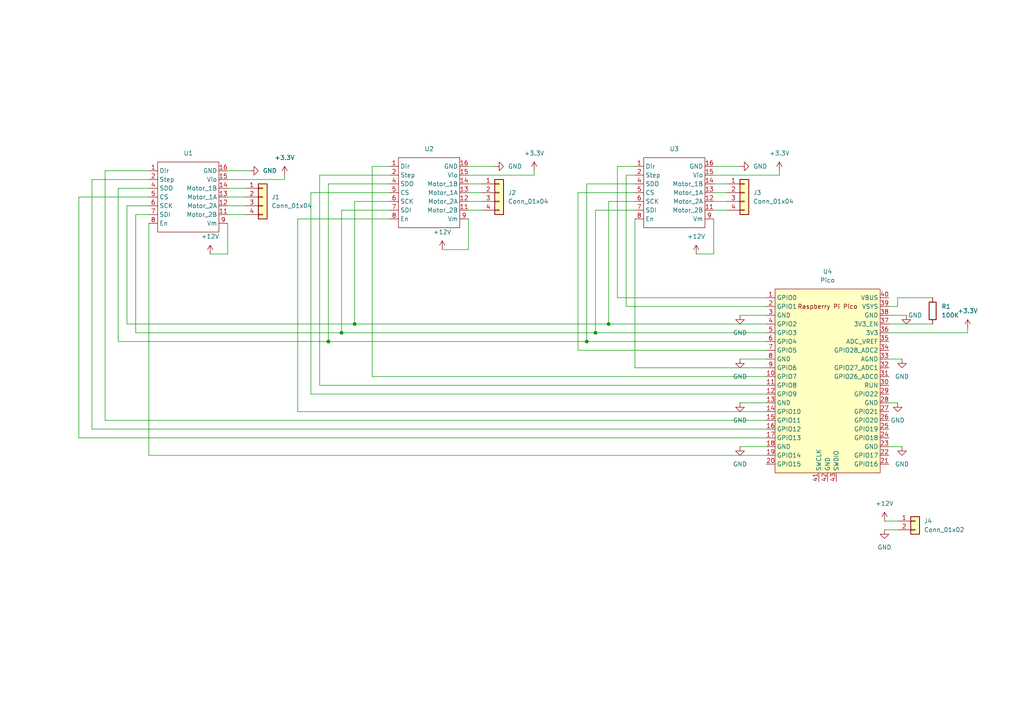
<source format=kicad_sch>
(kicad_sch (version 20230121) (generator eeschema)
  (paper "A4")
  (lib_symbols
    (symbol "Connector_Generic:Conn_01x02" (pin_names (offset 1.016) hide)
      (property "Reference" "J" (at 0 2.54 0))
      (property "Value" "Conn_01x02" (at 0 -5.08 0))
      (symbol "Conn_01x02_1_1"
        (rectangle (start -1.27 -2.413) (end 0 -2.667) (stroke (width 0.1524)))
        (rectangle (start -1.27 0.127) (end 0 -0.127) (stroke (width 0.1524)))
        (rectangle (start -1.27 1.27) (end 1.27 -3.81) (stroke (width 0.254)) (fill (type background)))
        (pin passive line (at -5.08 0 0) (length 3.81) (name "Pin_1") (number "1"))
        (pin passive line (at -5.08 -2.54 0) (length 3.81) (name "Pin_2") (number "2"))
      )
    )
    (symbol "Connector_Generic:Conn_01x04" (pin_names (offset 1.016) hide)
      (property "Reference" "J" (at 0 5.08 0))
      (property "Value" "Conn_01x04" (at 0 -7.62 0))
      (symbol "Conn_01x04_1_1"
        (rectangle (start -1.27 -4.953) (end 0 -5.207) (stroke (width 0.1524)))
        (rectangle (start -1.27 -2.413) (end 0 -2.667) (stroke (width 0.1524)))
        (rectangle (start -1.27 0.127) (end 0 -0.127) (stroke (width 0.1524)))
        (rectangle (start -1.27 2.667) (end 0 2.413) (stroke (width 0.1524)))
        (rectangle (start -1.27 3.81) (end 1.27 -6.35) (stroke (width 0.254)) (fill (type background)))
        (pin passive line (at -5.08 2.54 0) (length 3.81) (name "Pin_1") (number "1"))
        (pin passive line (at -5.08 0 0) (length 3.81) (name "Pin_2") (number "2"))
        (pin passive line (at -5.08 -2.54 0) (length 3.81) (name "Pin_3") (number "3"))
        (pin passive line (at -5.08 -5.08 0) (length 3.81) (name "Pin_4") (number "4"))
      )
    )
    (symbol "Device:R" (pin_numbers hide) (pin_names (offset 0))
      (property "Reference" "R" (at 2.032 0 90))
      (property "Value" "R" (at 0 0 90))
      (symbol "R_0_1"
        (rectangle (start -1.016 -2.54) (end 1.016 2.54) (stroke (width 0.254)))
      )
      (symbol "R_1_1"
        (pin passive line (at 0 3.81 270) (length 1.27) (name "~") (number "1"))
        (pin passive line (at 0 -3.81 90) (length 1.27) (name "~") (number "2"))
      )
    )
    (symbol "motors:SILENTSTEPSTICK"
      (property "Reference" "STEPSTICK" (at 0 0 0))
      (symbol "SILENTSTEPSTICK_0_1"
        (rectangle (start -8.89 1.27) (end 8.89 -19.05))
      )
      (symbol "SILENTSTEPSTICK_1_1"
        (pin input line (at -11.43 -1.27 0) (length 2.54) (name "Dir") (number "1"))
        (pin output line (at 11.43 -13.97 180) (length 2.54) (name "Motor_2B") (number "11"))
        (pin output line (at 11.43 -11.43 180) (length 2.54) (name "Motor_2A") (number "12"))
        (pin output line (at 11.43 -8.89 180) (length 2.54) (name "Motor_1A") (number "13"))
        (pin output line (at 11.43 -6.35 180) (length 2.54) (name "Motor_1B") (number "14"))
        (pin input line (at 11.43 -3.81 180) (length 2.54) (name "Vio") (number "15"))
        (pin input line (at 11.43 -1.27 180) (length 2.54) (name "GND") (number "16"))
        (pin input line (at -11.43 -3.81 0) (length 2.54) (name "Step") (number "2"))
        (pin output line (at -11.43 -6.35 0) (length 2.54) (name "SDO") (number "4"))
        (pin input line (at -11.43 -8.89 0) (length 2.54) (name "CS") (number "5"))
        (pin input line (at -11.43 -11.43 0) (length 2.54) (name "SCK") (number "6"))
        (pin input line (at -11.43 -13.97 0) (length 2.54) (name "SDI") (number "7"))
        (pin input line (at -11.43 -16.51 0) (length 2.54) (name "En") (number "8"))
        (pin input line (at 11.43 -16.51 180) (length 2.54) (name "Vm") (number "9"))
      )
    )
    (symbol "pico:Pico"
      (property "Reference" "U" (at -13.97 27.94 0))
      (property "Value" "Pico" (at 0 19.05 0))
      (symbol "Pico_0_0"
        (text "Raspberry Pi Pico" (at 0 21.59 0) (effects (font (size 1.27 1.27))))
      )
      (symbol "Pico_0_1"
        (rectangle (start -15.24 26.67) (end 15.24 -26.67) (fill (type background)))
      )
      (symbol "Pico_1_1"
        (pin bidirectional line (at -17.78 24.13 0) (length 2.54) (name "GPIO0") (number "1"))
        (pin bidirectional line (at -17.78 1.27 0) (length 2.54) (name "GPIO7") (number "10"))
        (pin bidirectional line (at -17.78 -1.27 0) (length 2.54) (name "GPIO8") (number "11"))
        (pin bidirectional line (at -17.78 -3.81 0) (length 2.54) (name "GPIO9") (number "12"))
        (pin power_in line (at -17.78 -6.35 0) (length 2.54) (name "GND") (number "13"))
        (pin bidirectional line (at -17.78 -8.89 0) (length 2.54) (name "GPIO10") (number "14"))
        (pin bidirectional line (at -17.78 -11.43 0) (length 2.54) (name "GPIO11") (number "15"))
        (pin bidirectional line (at -17.78 -13.97 0) (length 2.54) (name "GPIO12") (number "16"))
        (pin bidirectional line (at -17.78 -16.51 0) (length 2.54) (name "GPIO13") (number "17"))
        (pin power_in line (at -17.78 -19.05 0) (length 2.54) (name "GND") (number "18"))
        (pin bidirectional line (at -17.78 -21.59 0) (length 2.54) (name "GPIO14") (number "19"))
        (pin bidirectional line (at -17.78 21.59 0) (length 2.54) (name "GPIO1") (number "2"))
        (pin bidirectional line (at -17.78 -24.13 0) (length 2.54) (name "GPIO15") (number "20"))
        (pin bidirectional line (at 17.78 -24.13 180) (length 2.54) (name "GPIO16") (number "21"))
        (pin bidirectional line (at 17.78 -21.59 180) (length 2.54) (name "GPIO17") (number "22"))
        (pin power_in line (at 17.78 -19.05 180) (length 2.54) (name "GND") (number "23"))
        (pin bidirectional line (at 17.78 -16.51 180) (length 2.54) (name "GPIO18") (number "24"))
        (pin bidirectional line (at 17.78 -13.97 180) (length 2.54) (name "GPIO19") (number "25"))
        (pin bidirectional line (at 17.78 -11.43 180) (length 2.54) (name "GPIO20") (number "26"))
        (pin bidirectional line (at 17.78 -8.89 180) (length 2.54) (name "GPIO21") (number "27"))
        (pin power_in line (at 17.78 -6.35 180) (length 2.54) (name "GND") (number "28"))
        (pin bidirectional line (at 17.78 -3.81 180) (length 2.54) (name "GPIO22") (number "29"))
        (pin power_in line (at -17.78 19.05 0) (length 2.54) (name "GND") (number "3"))
        (pin input line (at 17.78 -1.27 180) (length 2.54) (name "RUN") (number "30"))
        (pin bidirectional line (at 17.78 1.27 180) (length 2.54) (name "GPIO26_ADC0") (number "31"))
        (pin bidirectional line (at 17.78 3.81 180) (length 2.54) (name "GPIO27_ADC1") (number "32"))
        (pin power_in line (at 17.78 6.35 180) (length 2.54) (name "AGND") (number "33"))
        (pin bidirectional line (at 17.78 8.89 180) (length 2.54) (name "GPIO28_ADC2") (number "34"))
        (pin power_in line (at 17.78 11.43 180) (length 2.54) (name "ADC_VREF") (number "35"))
        (pin power_in line (at 17.78 13.97 180) (length 2.54) (name "3V3") (number "36"))
        (pin input line (at 17.78 16.51 180) (length 2.54) (name "3V3_EN") (number "37"))
        (pin bidirectional line (at 17.78 19.05 180) (length 2.54) (name "GND") (number "38"))
        (pin power_in line (at 17.78 21.59 180) (length 2.54) (name "VSYS") (number "39"))
        (pin bidirectional line (at -17.78 16.51 0) (length 2.54) (name "GPIO2") (number "4"))
        (pin power_in line (at 17.78 24.13 180) (length 2.54) (name "VBUS") (number "40"))
        (pin input line (at -2.54 -29.21 90) (length 2.54) (name "SWCLK") (number "41"))
        (pin power_in line (at 0 -29.21 90) (length 2.54) (name "GND") (number "42"))
        (pin bidirectional line (at 2.54 -29.21 90) (length 2.54) (name "SWDIO") (number "43"))
        (pin bidirectional line (at -17.78 13.97 0) (length 2.54) (name "GPIO3") (number "5"))
        (pin bidirectional line (at -17.78 11.43 0) (length 2.54) (name "GPIO4") (number "6"))
        (pin bidirectional line (at -17.78 8.89 0) (length 2.54) (name "GPIO5") (number "7"))
        (pin power_in line (at -17.78 6.35 0) (length 2.54) (name "GND") (number "8"))
        (pin bidirectional line (at -17.78 3.81 0) (length 2.54) (name "GPIO6") (number "9"))
      )
    )
    (symbol "power:+12V" (power) (pin_names (offset 0))
      (property "Value" "+12V" (at 0 3.556 0))
      (symbol "+12V_0_1"
        (polyline (pts (xy -0.762 1.27) (xy 0 2.54)))
        (polyline (pts (xy 0 0) (xy 0 2.54)))
        (polyline (pts (xy 0 2.54) (xy 0.762 1.27)))
      )
      (symbol "+12V_1_1"
        (pin power_in line (at 0 0 90) (length 0) hide (name "+12V") (number "1"))
      )
    )
    (symbol "power:+3.3V" (power) (pin_names (offset 0))
      (property "Value" "+3.3V" (at 0 3.556 0))
      (symbol "+3.3V_0_1"
        (polyline (pts (xy -0.762 1.27) (xy 0 2.54)))
        (polyline (pts (xy 0 0) (xy 0 2.54)))
        (polyline (pts (xy 0 2.54) (xy 0.762 1.27)))
      )
      (symbol "+3.3V_1_1"
        (pin power_in line (at 0 0 90) (length 0) hide (name "+3.3V") (number "1"))
      )
    )
    (symbol "power:GND" (power) (pin_names (offset 0))
      (property "Value" "GND" (at 0 -3.81 0))
      (symbol "GND_0_1"
        (polyline (pts (xy 0 0) (xy 0 -1.27) (xy 1.27 -1.27) (xy 0 -2.54) (xy -1.27 -1.27) (xy 0 -1.27)))
      )
      (symbol "GND_1_1"
        (pin power_in line (at 0 0 270) (length 0) hide (name "GND") (number "1"))
      )
    )
  )
  (junction (at 176.53 93.98))
  (junction (at 172.72 96.52))
  (junction (at 170.18 99.06))
  (junction (at 102.87 93.98))
  (junction (at 99.06 96.52))
  (junction (at 95.25 99.06))
  (wire (pts (xy 36.83 59.69) (xy 43.18 59.69)))
  (wire (pts (xy 102.87 93.98) (xy 176.53 93.98)))
  (wire (pts (xy 226.06 50.8) (xy 226.06 49.53)))
  (wire (pts (xy 184.15 106.68) (xy 222.25 106.68)))
  (wire (pts (xy 154.94 50.8) (xy 154.94 49.53)))
  (wire (pts (xy 86.36 119.38) (xy 86.36 63.5)))
  (wire (pts (xy 207.01 50.8) (xy 226.06 50.8)))
  (wire (pts (xy 99.06 60.96) (xy 113.03 60.96)))
  (wire (pts (xy 22.86 57.15) (xy 43.18 57.15)))
  (wire (pts (xy 66.04 73.66) (xy 66.04 64.77)))
  (wire (pts (xy 257.81 116.84) (xy 260.35 116.84)))
  (wire (pts (xy 222.25 88.9) (xy 181.61 88.9)))
  (wire (pts (xy 95.25 53.34) (xy 113.03 53.34)))
  (wire (pts (xy 207.01 53.34) (xy 210.82 53.34)))
  (wire (pts (xy 257.81 91.44) (xy 262.89 91.44)))
  (wire (pts (xy 66.04 49.53) (xy 72.39 49.53)))
  (wire (pts (xy 39.37 96.52) (xy 39.37 62.23)))
  (wire (pts (xy 167.64 55.88) (xy 167.64 101.6)))
  (wire (pts (xy 113.03 58.42) (xy 102.87 58.42)))
  (wire (pts (xy 256.54 151.13) (xy 260.35 151.13)))
  (wire (pts (xy 66.04 62.23) (xy 71.12 62.23)))
  (wire (pts (xy 181.61 88.9) (xy 181.61 50.8)))
  (wire (pts (xy 256.54 153.67) (xy 260.35 153.67)))
  (wire (pts (xy 179.07 48.26) (xy 184.15 48.26)))
  (wire (pts (xy 135.89 60.96) (xy 139.7 60.96)))
  (wire (pts (xy 26.67 124.46) (xy 222.25 124.46)))
  (wire (pts (xy 172.72 96.52) (xy 222.25 96.52)))
  (wire (pts (xy 43.18 64.77) (xy 43.18 132.08)))
  (wire (pts (xy 22.86 127) (xy 22.86 57.15)))
  (wire (pts (xy 135.89 58.42) (xy 139.7 58.42)))
  (wire (pts (xy 179.07 86.36) (xy 222.25 86.36)))
  (wire (pts (xy 257.81 129.54) (xy 261.62 129.54)))
  (wire (pts (xy 135.89 48.26) (xy 143.51 48.26)))
  (wire (pts (xy 179.07 48.26) (xy 179.07 86.36)))
  (wire (pts (xy 90.17 55.88) (xy 90.17 114.3)))
  (wire (pts (xy 214.63 116.84) (xy 222.25 116.84)))
  (wire (pts (xy 26.67 52.07) (xy 26.67 124.46)))
  (wire (pts (xy 257.81 96.52) (xy 280.67 96.52)))
  (wire (pts (xy 181.61 50.8) (xy 184.15 50.8)))
  (wire (pts (xy 95.25 99.06) (xy 95.25 53.34)))
  (wire (pts (xy 207.01 73.66) (xy 201.93 73.66)))
  (wire (pts (xy 207.01 60.96) (xy 210.82 60.96)))
  (wire (pts (xy 30.48 49.53) (xy 30.48 121.92)))
  (wire (pts (xy 113.03 55.88) (xy 90.17 55.88)))
  (wire (pts (xy 135.89 72.39) (xy 135.89 63.5)))
  (wire (pts (xy 34.29 54.61) (xy 43.18 54.61)))
  (wire (pts (xy 176.53 58.42) (xy 176.53 93.98)))
  (wire (pts (xy 113.03 48.26) (xy 107.95 48.26)))
  (wire (pts (xy 207.01 48.26) (xy 214.63 48.26)))
  (wire (pts (xy 214.63 129.54) (xy 222.25 129.54)))
  (wire (pts (xy 99.06 96.52) (xy 99.06 60.96)))
  (wire (pts (xy 107.95 109.22) (xy 222.25 109.22)))
  (wire (pts (xy 34.29 99.06) (xy 34.29 54.61)))
  (wire (pts (xy 260.35 86.36) (xy 270.51 86.36)))
  (wire (pts (xy 39.37 62.23) (xy 43.18 62.23)))
  (wire (pts (xy 207.01 58.42) (xy 210.82 58.42)))
  (wire (pts (xy 135.89 72.39) (xy 128.27 72.39)))
  (wire (pts (xy 135.89 53.34) (xy 139.7 53.34)))
  (wire (pts (xy 36.83 93.98) (xy 36.83 59.69)))
  (wire (pts (xy 207.01 55.88) (xy 210.82 55.88)))
  (wire (pts (xy 66.04 54.61) (xy 71.12 54.61)))
  (wire (pts (xy 66.04 52.07) (xy 82.55 52.07)))
  (wire (pts (xy 135.89 50.8) (xy 154.94 50.8)))
  (wire (pts (xy 99.06 96.52) (xy 172.72 96.52)))
  (wire (pts (xy 222.25 99.06) (xy 170.18 99.06)))
  (wire (pts (xy 167.64 101.6) (xy 222.25 101.6)))
  (wire (pts (xy 222.25 119.38) (xy 86.36 119.38)))
  (wire (pts (xy 176.53 58.42) (xy 184.15 58.42)))
  (wire (pts (xy 184.15 55.88) (xy 167.64 55.88)))
  (wire (pts (xy 260.35 86.36) (xy 260.35 88.9)))
  (wire (pts (xy 86.36 63.5) (xy 113.03 63.5)))
  (wire (pts (xy 280.67 96.52) (xy 280.67 95.25)))
  (wire (pts (xy 257.81 104.14) (xy 261.62 104.14)))
  (wire (pts (xy 92.71 111.76) (xy 222.25 111.76)))
  (wire (pts (xy 66.04 73.66) (xy 60.96 73.66)))
  (wire (pts (xy 113.03 50.8) (xy 92.71 50.8)))
  (wire (pts (xy 90.17 114.3) (xy 222.25 114.3)))
  (wire (pts (xy 43.18 49.53) (xy 30.48 49.53)))
  (wire (pts (xy 30.48 121.92) (xy 222.25 121.92)))
  (wire (pts (xy 170.18 53.34) (xy 170.18 99.06)))
  (wire (pts (xy 43.18 132.08) (xy 222.25 132.08)))
  (wire (pts (xy 95.25 99.06) (xy 34.29 99.06)))
  (wire (pts (xy 92.71 50.8) (xy 92.71 111.76)))
  (wire (pts (xy 214.63 104.14) (xy 222.25 104.14)))
  (wire (pts (xy 135.89 55.88) (xy 139.7 55.88)))
  (wire (pts (xy 172.72 60.96) (xy 184.15 60.96)))
  (wire (pts (xy 257.81 93.98) (xy 270.51 93.98)))
  (wire (pts (xy 82.55 52.07) (xy 82.55 50.8)))
  (wire (pts (xy 207.01 73.66) (xy 207.01 63.5)))
  (wire (pts (xy 172.72 96.52) (xy 172.72 60.96)))
  (wire (pts (xy 107.95 48.26) (xy 107.95 109.22)))
  (wire (pts (xy 43.18 52.07) (xy 26.67 52.07)))
  (wire (pts (xy 222.25 93.98) (xy 176.53 93.98)))
  (wire (pts (xy 260.35 88.9) (xy 257.81 88.9)))
  (wire (pts (xy 66.04 57.15) (xy 71.12 57.15)))
  (wire (pts (xy 184.15 53.34) (xy 170.18 53.34)))
  (wire (pts (xy 102.87 93.98) (xy 36.83 93.98)))
  (wire (pts (xy 99.06 96.52) (xy 39.37 96.52)))
  (wire (pts (xy 102.87 58.42) (xy 102.87 93.98)))
  (wire (pts (xy 222.25 127) (xy 22.86 127)))
  (wire (pts (xy 214.63 91.44) (xy 222.25 91.44)))
  (wire (pts (xy 95.25 99.06) (xy 170.18 99.06)))
  (wire (pts (xy 66.04 59.69) (xy 71.12 59.69)))
  (wire (pts (xy 184.15 63.5) (xy 184.15 106.68)))
  (symbol (lib_id "power:GND") (at 256.54 153.67 0) (unit 1)
    (property "Reference" "#PWR015" (effects hide))
    (property "Value" "GND" (at 256.54 158.75 0))
  )
  (symbol (lib_id "power:+12V") (at 60.96 73.66 0) (unit 1)
    (property "Reference" "#PWR01" (effects hide))
    (property "Value" "+12V" (at 60.96 68.58 0))
  )
  (symbol (lib_id "Connector_Generic:Conn_01x04") (at 215.9 55.88 0) (unit 1)
    (property "Reference" "J3" (at 218.44 55.88 0) (effects (justify left)))
    (property "Value" "Conn_01x04" (at 218.44 58.42 0) (effects (justify left)))
    (property "Footprint" "Connector_PinHeader_2.54mm:PinHeader_1x04_P2.54mm_Vertical" (effects hide))
  )
  (symbol (lib_id "power:+12V") (at 201.93 73.66 0) (unit 1)
    (property "Reference" "#PWR07" (effects hide))
    (property "Value" "+12V" (at 201.93 68.58 0))
  )
  (symbol (lib_id "power:+3.3V") (at 82.55 50.8 0) (unit 1)
    (property "Reference" "#PWR03" (effects hide))
    (property "Value" "+3.3V" (at 82.55 45.72 0))
  )
  (symbol (lib_id "power:GND") (at 214.63 104.14 0) (unit 1)
    (property "Reference" "#PWR010" (effects hide))
    (property "Value" "GND" (at 214.63 109.22 0))
  )
  (symbol (lib_id "power:GND") (at 262.89 91.44 0) (unit 1)
    (property "Reference" "#PWR019" (effects hide))
    (property "Value" "GND" (at 265.43 91.44 0))
  )
  (symbol (lib_id "motors:SILENTSTEPSTICK") (at 54.61 48.26 0) (unit 1)
    (property "Reference" "U1" (at 54.61 44.45 0))
    (property "Footprint" "motors:SILENTSTEPSTICK" (effects hide))
  )
  (symbol (lib_id "motors:SILENTSTEPSTICK") (at 195.58 46.99 0) (unit 1)
    (property "Reference" "U3" (at 195.58 43.18 0))
    (property "Footprint" "motors:SILENTSTEPSTICK" (effects hide))
  )
  (symbol (lib_id "power:GND") (at 260.35 116.84 0) (unit 1)
    (property "Reference" "#PWR016" (effects hide))
    (property "Value" "GND" (at 260.35 121.92 0))
  )
  (symbol (lib_id "power:GND") (at 261.62 129.54 0) (unit 1)
    (property "Reference" "#PWR018" (effects hide))
    (property "Value" "GND" (at 261.62 134.62 0))
  )
  (symbol (lib_id "Connector_Generic:Conn_01x02") (at 265.43 151.13 0) (unit 1)
    (property "Reference" "J4" (at 267.97 151.13 0) (effects (justify left)))
    (property "Value" "Conn_01x02" (at 267.97 153.67 0) (effects (justify left)))
    (property "Footprint" "Connector_PinHeader_2.54mm:PinHeader_1x02_P2.54mm_Vertical" (effects hide))
  )
  (symbol (lib_id "Device:R") (at 270.51 90.17 0) (unit 1)
    (property "Reference" "R1" (at 273.05 88.9 0) (effects (justify left)))
    (property "Value" "100K" (at 273.05 91.44 0) (effects (justify left)))
    (property "Footprint" "Resistor_SMD:R_0805_2012Metric" (effects hide))
  )
  (symbol (lib_id "power:GND") (at 214.63 129.54 0) (unit 1)
    (property "Reference" "#PWR012" (effects hide))
    (property "Value" "GND" (at 214.63 134.62 0))
  )
  (symbol (lib_id "power:GND") (at 261.62 104.14 0) (unit 1)
    (property "Reference" "#PWR017" (effects hide))
    (property "Value" "GND" (at 261.62 109.22 0))
  )
  (symbol (lib_id "pico:Pico") (at 240.03 110.49 0) (unit 1)
    (property "Reference" "U4" (at 240.03 78.74 0))
    (property "Value" "Pico" (at 240.03 81.28 0))
    (property "Footprint" "pico:RPi_Pico_SMD_TH" (effects hide))
  )
  (symbol (lib_id "Connector_Generic:Conn_01x04") (at 76.2 57.15 0) (unit 1)
    (property "Reference" "J1" (at 78.74 57.15 0) (effects (justify left)))
    (property "Value" "Conn_01x04" (at 78.74 59.69 0) (effects (justify left)))
    (property "Footprint" "Connector_PinHeader_2.54mm:PinHeader_1x04_P2.54mm_Vertical" (effects hide))
  )
  (symbol (lib_id "power:+3.3V") (at 226.06 49.53 0) (unit 1)
    (property "Reference" "#PWR013" (effects hide))
    (property "Value" "+3.3V" (at 226.06 44.45 0))
  )
  (symbol (lib_id "power:+3.3V") (at 280.67 95.25 0) (unit 1)
    (property "Reference" "#PWR020" (effects hide))
    (property "Value" "+3.3V" (at 280.67 90.17 0))
  )
  (symbol (lib_id "power:+3.3V") (at 154.94 49.53 0) (unit 1)
    (property "Reference" "#PWR06" (effects hide))
    (property "Value" "+3.3V" (at 154.94 44.45 0))
  )
  (symbol (lib_id "Connector_Generic:Conn_01x04") (at 144.78 55.88 0) (unit 1)
    (property "Reference" "J2" (at 147.32 55.88 0) (effects (justify left)))
    (property "Value" "Conn_01x04" (at 147.32 58.42 0) (effects (justify left)))
    (property "Footprint" "Connector_PinHeader_2.54mm:PinHeader_1x04_P2.54mm_Vertical" (effects hide))
  )
  (symbol (lib_id "power:GND") (at 214.63 91.44 0) (unit 1)
    (property "Reference" "#PWR09" (effects hide))
    (property "Value" "GND" (at 214.63 96.52 0))
  )
  (symbol (lib_id "power:GND") (at 72.39 49.53 90) (unit 1)
    (property "Reference" "#PWR02" (effects hide))
    (property "Value" "GND" (at 76.2 49.53 90) (effects (justify right)))
  )
  (symbol (lib_id "power:+12V") (at 128.27 72.39 0) (unit 1)
    (property "Reference" "#PWR04" (effects hide))
    (property "Value" "+12V" (at 128.27 67.31 0))
  )
  (symbol (lib_id "power:GND") (at 143.51 48.26 90) (unit 1)
    (property "Reference" "#PWR05" (effects hide))
    (property "Value" "GND" (at 147.32 48.26 90) (effects (justify right)))
  )
  (symbol (lib_id "power:+12V") (at 256.54 151.13 0) (unit 1)
    (property "Reference" "#PWR014" (effects hide))
    (property "Value" "+12V" (at 256.54 146.05 0))
  )
  (symbol (lib_id "power:GND") (at 214.63 48.26 90) (unit 1)
    (property "Reference" "#PWR08" (effects hide))
    (property "Value" "GND" (at 218.44 48.26 90) (effects (justify right)))
  )
  (symbol (lib_id "motors:SILENTSTEPSTICK") (at 124.46 46.99 0) (unit 1)
    (property "Reference" "U2" (at 124.46 43.18 0))
    (property "Footprint" "motors:SILENTSTEPSTICK" (effects hide))
  )
  (symbol (lib_id "power:GND") (at 214.63 116.84 0) (unit 1)
    (property "Reference" "#PWR011" (effects hide))
    (property "Value" "GND" (at 214.63 121.92 0))
  )
)
</source>
